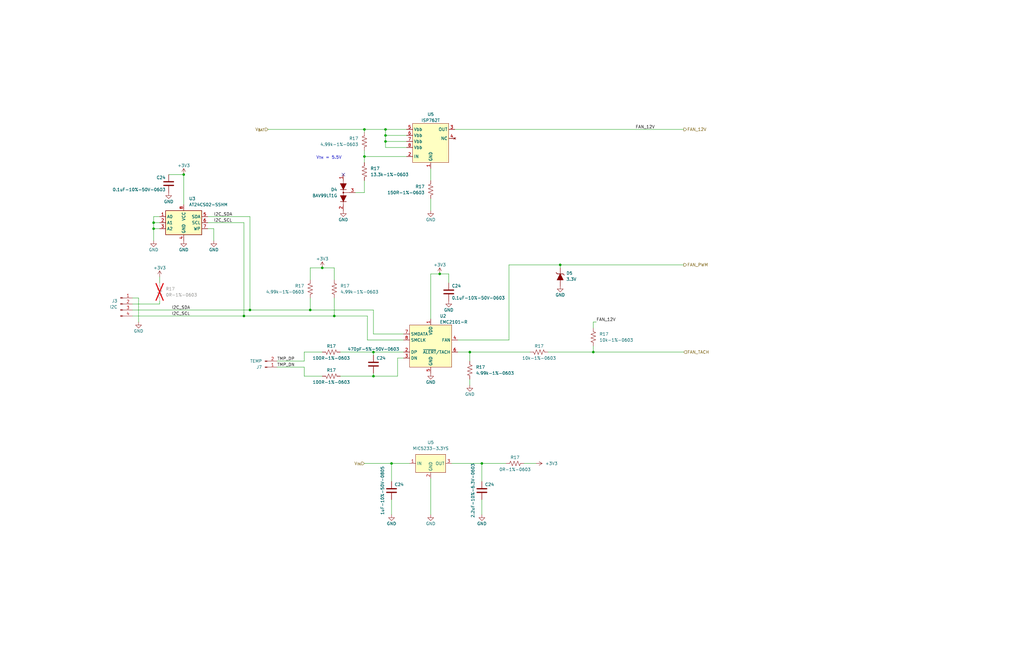
<source format=kicad_sch>
(kicad_sch (version 20230121) (generator eeschema)
  (paper "B")
  (title_block (title "NX J401 Adapter") (date "2023-06-04") (rev "1") (company "971 Spartan Robotics"))
  (lib_symbols
    (symbol "Connector:Conn_01x02_Pin" (pin_names (offset 1.016) hide)
      (property "Reference" "J" (at 0 2.54 0))
      (property "Value" "Conn_01x02_Pin" (at 0 -5.08 0))
      (symbol "Conn_01x02_Pin_1_1"
        (polyline (pts (xy 1.27 -2.54) (xy 0.8636 -2.54)) (stroke (width 0.1524)))
        (polyline (pts (xy 1.27 0) (xy 0.8636 0)) (stroke (width 0.1524)))
        (rectangle (start 0.8636 -2.413) (end 0 -2.667) (stroke (width 0.1524)) (fill (type outline)))
        (rectangle (start 0.8636 0.127) (end 0 -0.127) (stroke (width 0.1524)) (fill (type outline)))
        (pin passive line (at 5.08 0 180) (length 3.81) (name "Pin_1") (number "1"))
        (pin passive line (at 5.08 -2.54 180) (length 3.81) (name "Pin_2") (number "2"))
      )
    )
    (symbol "Connector:Conn_01x04_Pin" (pin_names (offset 1.016) hide)
      (property "Reference" "J" (at 0 5.08 0))
      (property "Value" "Conn_01x04_Pin" (at 0 -7.62 0))
      (symbol "Conn_01x04_Pin_1_1"
        (polyline (pts (xy 1.27 -5.08) (xy 0.8636 -5.08)) (stroke (width 0.1524)))
        (polyline (pts (xy 1.27 -2.54) (xy 0.8636 -2.54)) (stroke (width 0.1524)))
        (polyline (pts (xy 1.27 0) (xy 0.8636 0)) (stroke (width 0.1524)))
        (polyline (pts (xy 1.27 2.54) (xy 0.8636 2.54)) (stroke (width 0.1524)))
        (rectangle (start 0.8636 -4.953) (end 0 -5.207) (stroke (width 0.1524)) (fill (type outline)))
        (rectangle (start 0.8636 -2.413) (end 0 -2.667) (stroke (width 0.1524)) (fill (type outline)))
        (rectangle (start 0.8636 0.127) (end 0 -0.127) (stroke (width 0.1524)) (fill (type outline)))
        (rectangle (start 0.8636 2.667) (end 0 2.413) (stroke (width 0.1524)) (fill (type outline)))
        (pin passive line (at 5.08 2.54 180) (length 3.81) (name "Pin_1") (number "1"))
        (pin passive line (at 5.08 0 180) (length 3.81) (name "Pin_2") (number "2"))
        (pin passive line (at 5.08 -2.54 180) (length 3.81) (name "Pin_3") (number "3"))
        (pin passive line (at 5.08 -5.08 180) (length 3.81) (name "Pin_4") (number "4"))
      )
    )
    (symbol "Device:C" (pin_numbers hide) (pin_names (offset 0.254))
      (property "Reference" "C" (at 0.635 2.54 0))
      (property "Value" "C" (at 0.635 -2.54 0))
      (symbol "C_0_1"
        (polyline (pts (xy -2.032 -0.762) (xy 2.032 -0.762)) (stroke (width 0.508)))
        (polyline (pts (xy -2.032 0.762) (xy 2.032 0.762)) (stroke (width 0.508)))
      )
      (symbol "C_1_1"
        (pin passive line (at 0 3.81 270) (length 2.794) (name "~") (number "1"))
        (pin passive line (at 0 -3.81 90) (length 2.794) (name "~") (number "2"))
      )
    )
    (symbol "Device:D_Zener" (pin_numbers hide) (pin_names (offset 1.016) hide)
      (property "Reference" "D1" (at -1.27 2.54 90))
      (property "Value" "D_Zener" (at 1.27 2.54 90))
      (symbol "D_Zener_0_1"
        (polyline (pts (xy 1.27 0) (xy -1.27 0)))
        (polyline (pts (xy -1.27 -1.27) (xy -1.27 1.27) (xy -0.7149 1.7102)) (stroke (width 0.254)))
      )
      (symbol "D_Zener_1_1"
        (polyline (pts (xy -1.27 -1.27) (xy -1.825 -1.7062)) (stroke (width 0.254)))
        (polyline (pts (xy 1.27 -1.27) (xy 1.27 1.27) (xy -1.27 0) (xy 1.27 -1.27)) (stroke (width 0.254)) (fill (type outline)))
        (pin passive line (at 3.81 0 180) (length 2.54) (name "A") (number "1"))
        (pin passive line (at -3.81 0 0) (length 2.54) (name "K") (number "3"))
      )
    )
    (symbol "Device:R_US" (pin_numbers hide) (pin_names (offset 0))
      (property "Reference" "R" (at 2.54 0 90))
      (property "Value" "R_US" (at -2.54 0 90))
      (symbol "R_US_0_1"
        (polyline (pts (xy 0 -2.286) (xy 0 -2.54)))
        (polyline (pts (xy 0 2.286) (xy 0 2.54)))
        (polyline (pts (xy 0 -0.762) (xy 1.016 -1.143) (xy 0 -1.524) (xy -1.016 -1.905) (xy 0 -2.286)))
        (polyline (pts (xy 0 0.762) (xy 1.016 0.381) (xy 0 0) (xy -1.016 -0.381) (xy 0 -0.762)))
        (polyline (pts (xy 0 2.286) (xy 1.016 1.905) (xy 0 1.524) (xy -1.016 1.143) (xy 0 0.762)))
      )
      (symbol "R_US_1_1"
        (pin passive line (at 0 3.81 270) (length 1.27) (name "~") (number "1"))
        (pin passive line (at 0 -3.81 90) (length 1.27) (name "~") (number "2"))
      )
    )
    (symbol "Diode:BAV99" (pin_names hide)
      (property "Reference" "D5" (at -1.27 2.54 90))
      (property "Value" "BAV99" (at 1.27 2.54 90))
      (symbol "BAV99_0_1"
        (polyline (pts (xy -5.08 0) (xy 5.08 0)))
      )
      (symbol "BAV99_1_1"
        (polyline (pts (xy 0 0) (xy 0 -2.54)))
        (polyline (pts (xy -1.27 -1.27) (xy -1.27 1.27) (xy -1.27 1.27)) (stroke (width 0.2032)))
        (polyline (pts (xy 3.81 1.27) (xy 3.81 -1.27) (xy 3.81 -1.27)) (stroke (width 0.2032)))
        (polyline (pts (xy -3.81 1.27) (xy -1.27 0) (xy -3.81 -1.27) (xy -3.81 1.27) (xy -3.81 1.27) (xy -3.81 1.27)) (stroke (width 0.2032)) (fill (type outline)))
        (polyline (pts (xy 1.27 1.27) (xy 3.81 0) (xy 1.27 -1.27) (xy 1.27 1.27) (xy 1.27 1.27) (xy 1.27 1.27)) (stroke (width 0.2032)) (fill (type outline)))
        (circle (center 0 0) (radius 0.254) (fill (type outline)))
        (pin passive line (at -7.62 0 0) (length 2.54) (name "K") (number "1"))
        (pin passive line (at 7.62 0 180) (length 2.54) (name "A") (number "2"))
        (pin passive line (at 0 -5.08 90) (length 2.54) (name "K") (number "3"))
      )
    )
    (symbol "Memory_EEPROM:AT24CS02-SSHM"
      (property "Reference" "U" (at -7.62 6.35 0))
      (property "Value" "AT24CS02-SSHM" (at 2.54 -6.35 0))
      (symbol "AT24CS02-SSHM_1_1"
        (rectangle (start -7.62 5.08) (end 7.62 -5.08) (stroke (width 0.254)) (fill (type background)))
        (pin input line (at -10.16 2.54 0) (length 2.54) (name "A0") (number "1"))
        (pin input line (at -10.16 0 0) (length 2.54) (name "A1") (number "2"))
        (pin input line (at -10.16 -2.54 0) (length 2.54) (name "A2") (number "3"))
        (pin power_in line (at 0 -7.62 90) (length 2.54) (name "GND") (number "4"))
        (pin bidirectional line (at 10.16 2.54 180) (length 2.54) (name "SDA") (number "5"))
        (pin input line (at 10.16 0 180) (length 2.54) (name "SCL") (number "6"))
        (pin input line (at 10.16 -2.54 180) (length 2.54) (name "WP") (number "7"))
        (pin power_in line (at 0 7.62 270) (length 2.54) (name "VCC") (number "8"))
      )
    )
    (symbol "NX-AdapterBoard:EMC2101"
      (property "Reference" "U3" (at 3.81 3.81 0))
      (property "Value" "EMC2101" (at 3.81 1.27 0))
      (symbol "EMC2101_1_1"
        (rectangle (start -8.89 0) (end 8.89 -17.78) (fill (type background)))
        (pin power_in line (at 0 2.54 270) (length 2.54) (name "VDD") (number "1"))
        (pin passive line (at -11.43 -11.43 0) (length 2.54) (name "DP") (number "2"))
        (pin passive line (at -11.43 -13.97 0) (length 2.54) (name "DN") (number "3"))
        (pin passive line (at 11.43 -6.35 180) (length 2.54) (name "FAN") (number "4"))
        (pin passive line (at 0 -20.32 90) (length 2.54) (name "GND") (number "5"))
        (pin bidirectional line (at 11.43 -11.43 180) (length 2.54) (name "~{ALERT}/TACH") (number "6"))
        (pin bidirectional line (at -11.43 -3.81 0) (length 2.54) (name "SMDATA") (number "7"))
        (pin input line (at -11.43 -6.35 0) (length 2.54) (name "SMCLK") (number "8"))
      )
    )
    (symbol "NX-AdapterBoard:ISP762T"
      (property "Reference" "U" (at 0 0 0))
      (property "Value" "ISP762T" (at 0 0 0))
      (symbol "ISP762T_1_1"
        (rectangle (start -7.62 0) (end 7.62 -16.51) (fill (type background)))
        (pin passive line (at 0 -19.05 90) (length 2.54) (name "GND") (number "1"))
        (pin input line (at -10.16 -13.97 0) (length 2.54) (name "IN") (number "2"))
        (pin output line (at 10.16 -2.54 180) (length 2.54) (name "OUT") (number "3"))
        (pin no_connect line (at 10.16 -6.35 180) (length 2.54) (name "NC") (number "4"))
        (pin power_in line (at -10.16 -2.54 0) (length 2.54) (name "Vbb") (number "5"))
        (pin power_in line (at -10.16 -5.08 0) (length 2.54) (name "Vbb") (number "6"))
        (pin power_in line (at -10.16 -7.62 0) (length 2.54) (name "Vbb") (number "7"))
        (pin power_in line (at -10.16 -10.16 0) (length 2.54) (name "Vbb") (number "8"))
      )
    )
    (symbol "NX-AdapterBoard:MIC5233-3.3YS"
      (property "Reference" "U" (at 0 0 0))
      (property "Value" "MIC5233-3.3YS" (at 0 0 0))
      (symbol "MIC5233-3.3YS_1_1"
        (rectangle (start -6.35 0) (end 6.35 -7.62) (fill (type background)))
        (pin power_in line (at -8.89 -3.81 0) (length 2.54) (name "IN") (number "1"))
        (pin passive line (at 0 -10.16 90) (length 2.54) (name "GND") (number "2"))
        (pin power_out line (at 8.89 -3.81 180) (length 2.54) (name "OUT") (number "3"))
      )
    )
    (symbol "power:+3V3" (power) (pin_names (offset 0))
      (property "Value" "+3V3" (at 0 3.556 0))
      (symbol "+3V3_0_1"
        (polyline (pts (xy -0.762 1.27) (xy 0 2.54)))
        (polyline (pts (xy 0 0) (xy 0 2.54)))
        (polyline (pts (xy 0 2.54) (xy 0.762 1.27)))
      )
      (symbol "+3V3_1_1"
        (pin power_in line (at 0 0 90) (length 0) hide (name "+3V3") (number "1"))
      )
    )
    (symbol "power:GND" (power) (pin_names (offset 0))
      (property "Value" "GND" (at 0 -3.81 0))
      (symbol "GND_0_1"
        (polyline (pts (xy 0 0) (xy 0 -1.27) (xy 1.27 -1.27) (xy 0 -2.54) (xy -1.27 -1.27) (xy 0 -1.27)))
      )
      (symbol "GND_1_1"
        (pin power_in line (at 0 0 270) (length 0) hide (name "GND") (number "1"))
      )
    )
  )
  (junction (at 130.81 130.81))
  (junction (at 77.47 73.66))
  (junction (at 162.56 59.69))
  (junction (at 185.42 115.57))
  (junction (at 64.77 93.98))
  (junction (at 250.19 148.59))
  (junction (at 153.67 66.04))
  (junction (at 236.22 111.76))
  (junction (at 162.56 54.61))
  (junction (at 165.1 195.58))
  (junction (at 198.12 148.59))
  (junction (at 157.48 158.75))
  (junction (at 162.56 57.15))
  (junction (at 105.41 130.81))
  (junction (at 140.97 133.35))
  (junction (at 135.89 113.03))
  (junction (at 153.67 54.61))
  (junction (at 157.48 148.59))
  (junction (at 203.2 195.58))
  (junction (at 64.77 96.52))
  (junction (at 102.87 133.35))
  (no_connect (at 144.78 73.66))
  (wire (pts (xy 130.81 113.03) (xy 135.89 113.03)))
  (wire (pts (xy 203.2 195.58) (xy 203.2 203.2)))
  (wire (pts (xy 153.67 66.04) (xy 171.45 66.04)))
  (wire (pts (xy 167.64 151.13) (xy 167.64 158.75)))
  (wire (pts (xy 157.48 130.81) (xy 130.81 130.81)))
  (wire (pts (xy 64.77 93.98) (xy 67.31 93.98)))
  (wire (pts (xy 157.48 149.86) (xy 157.48 148.59)))
  (wire (pts (xy 236.22 111.76) (xy 236.22 113.03)))
  (wire (pts (xy 181.61 115.57) (xy 185.42 115.57)))
  (wire (pts (xy 162.56 57.15) (xy 162.56 59.69)))
  (wire (pts (xy 170.18 143.51) (xy 154.94 143.51)))
  (wire (pts (xy 140.97 125.73) (xy 140.97 133.35)))
  (wire (pts (xy 64.77 96.52) (xy 64.77 101.6)))
  (wire (pts (xy 153.67 76.2) (xy 153.67 81.28)))
  (wire (pts (xy 157.48 140.97) (xy 157.48 130.81)))
  (wire (pts (xy 250.19 148.59) (xy 288.29 148.59)))
  (wire (pts (xy 130.81 113.03) (xy 130.81 118.11)))
  (wire (pts (xy 250.19 146.05) (xy 250.19 148.59)))
  (wire (pts (xy 87.63 93.98) (xy 102.87 93.98)))
  (wire (pts (xy 157.48 148.59) (xy 170.18 148.59)))
  (wire (pts (xy 181.61 217.17) (xy 181.61 201.93)))
  (wire (pts (xy 140.97 113.03) (xy 140.97 118.11)))
  (wire (pts (xy 58.42 135.89) (xy 58.42 125.73)))
  (wire (pts (xy 87.63 91.44) (xy 105.41 91.44)))
  (wire (pts (xy 162.56 59.69) (xy 162.56 62.23)))
  (wire (pts (xy 165.1 195.58) (xy 165.1 203.2)))
  (wire (pts (xy 162.56 54.61) (xy 171.45 54.61)))
  (wire (pts (xy 171.45 62.23) (xy 162.56 62.23)))
  (wire (pts (xy 153.67 54.61) (xy 162.56 54.61)))
  (wire (pts (xy 154.94 133.35) (xy 140.97 133.35)))
  (wire (pts (xy 128.27 154.94) (xy 128.27 158.75)))
  (wire (pts (xy 214.63 143.51) (xy 214.63 111.76)))
  (wire (pts (xy 198.12 148.59) (xy 198.12 152.4)))
  (wire (pts (xy 214.63 111.76) (xy 236.22 111.76)))
  (wire (pts (xy 193.04 143.51) (xy 214.63 143.51)))
  (wire (pts (xy 165.1 195.58) (xy 172.72 195.58)))
  (wire (pts (xy 149.86 81.28) (xy 153.67 81.28)))
  (wire (pts (xy 181.61 88.9) (xy 181.61 83.82)))
  (wire (pts (xy 231.14 148.59) (xy 250.19 148.59)))
  (wire (pts (xy 128.27 152.4) (xy 128.27 148.59)))
  (wire (pts (xy 236.22 111.76) (xy 288.29 111.76)))
  (wire (pts (xy 135.89 113.03) (xy 140.97 113.03)))
  (wire (pts (xy 77.47 73.66) (xy 71.12 73.66)))
  (wire (pts (xy 226.06 195.58) (xy 220.98 195.58)))
  (wire (pts (xy 90.17 101.6) (xy 90.17 96.52)))
  (wire (pts (xy 198.12 148.59) (xy 193.04 148.59)))
  (wire (pts (xy 153.67 63.5) (xy 153.67 66.04)))
  (wire (pts (xy 64.77 93.98) (xy 64.77 96.52)))
  (wire (pts (xy 185.42 115.57) (xy 189.23 115.57)))
  (wire (pts (xy 251.46 135.89) (xy 250.19 135.89)))
  (wire (pts (xy 153.67 195.58) (xy 165.1 195.58)))
  (wire (pts (xy 198.12 160.02) (xy 198.12 162.56)))
  (wire (pts (xy 90.17 96.52) (xy 87.63 96.52)))
  (wire (pts (xy 153.67 54.61) (xy 153.67 55.88)))
  (wire (pts (xy 64.77 91.44) (xy 64.77 93.98)))
  (wire (pts (xy 162.56 59.69) (xy 171.45 59.69)))
  (wire (pts (xy 181.61 115.57) (xy 181.61 134.62)))
  (wire (pts (xy 143.51 158.75) (xy 157.48 158.75)))
  (wire (pts (xy 55.88 130.81) (xy 105.41 130.81)))
  (wire (pts (xy 67.31 127) (xy 67.31 128.27)))
  (wire (pts (xy 157.48 158.75) (xy 167.64 158.75)))
  (wire (pts (xy 105.41 130.81) (xy 130.81 130.81)))
  (wire (pts (xy 203.2 195.58) (xy 213.36 195.58)))
  (wire (pts (xy 113.03 54.61) (xy 153.67 54.61)))
  (wire (pts (xy 67.31 91.44) (xy 64.77 91.44)))
  (wire (pts (xy 181.61 76.2) (xy 181.61 71.12)))
  (wire (pts (xy 162.56 57.15) (xy 171.45 57.15)))
  (wire (pts (xy 162.56 54.61) (xy 162.56 57.15)))
  (wire (pts (xy 105.41 91.44) (xy 105.41 130.81)))
  (wire (pts (xy 102.87 133.35) (xy 140.97 133.35)))
  (wire (pts (xy 170.18 140.97) (xy 157.48 140.97)))
  (wire (pts (xy 128.27 148.59) (xy 135.89 148.59)))
  (wire (pts (xy 102.87 93.98) (xy 102.87 133.35)))
  (wire (pts (xy 64.77 96.52) (xy 67.31 96.52)))
  (wire (pts (xy 190.5 195.58) (xy 203.2 195.58)))
  (wire (pts (xy 128.27 152.4) (xy 116.84 152.4)))
  (wire (pts (xy 55.88 133.35) (xy 102.87 133.35)))
  (wire (pts (xy 223.52 148.59) (xy 198.12 148.59)))
  (wire (pts (xy 250.19 135.89) (xy 250.19 138.43)))
  (wire (pts (xy 189.23 115.57) (xy 189.23 119.38)))
  (wire (pts (xy 128.27 154.94) (xy 116.84 154.94)))
  (wire (pts (xy 154.94 143.51) (xy 154.94 133.35)))
  (wire (pts (xy 191.77 54.61) (xy 288.29 54.61)))
  (wire (pts (xy 67.31 116.84) (xy 67.31 119.38)))
  (wire (pts (xy 170.18 151.13) (xy 167.64 151.13)))
  (wire (pts (xy 153.67 66.04) (xy 153.67 68.58)))
  (wire (pts (xy 165.1 210.82) (xy 165.1 217.17)))
  (wire (pts (xy 67.31 128.27) (xy 55.88 128.27)))
  (wire (pts (xy 130.81 125.73) (xy 130.81 130.81)))
  (wire (pts (xy 77.47 86.36) (xy 77.47 73.66)))
  (wire (pts (xy 143.51 148.59) (xy 157.48 148.59)))
  (wire (pts (xy 157.48 157.48) (xy 157.48 158.75)))
  (wire (pts (xy 128.27 158.75) (xy 135.89 158.75)))
  (wire (pts (xy 203.2 210.82) (xy 203.2 217.17)))
  (wire (pts (xy 58.42 125.73) (xy 55.88 125.73)))
  (text "V_{TH} = 5.5V" (at 133.35 67.31 0) (effects (font (size 1.27 1.27)) (justify left bottom)))
  (label "I2C_SCL" (at 90.17 93.98 0))
  (label "I2C_SDA" (at 90.17 91.44 0))
  (label "I2C_SCL" (at 72.39 133.35 0))
  (label "TMP_DP" (at 116.84 152.4 0))
  (label "TMP_DN" (at 116.84 154.94 0))
  (label "FAN_12V" (at 251.46 135.89 0))
  (label "I2C_SDA" (at 72.39 130.81 0))
  (label "FAN_12V" (at 267.97 54.61 0))
  (hierarchical_label "V_{BAT}" (shape input) (at 113.03 54.61 180))
  (hierarchical_label "FAN_TACH" (shape input) (at 288.29 148.59 0))
  (hierarchical_label "FAN_PWM" (shape output) (at 288.29 111.76 0))
  (hierarchical_label "V_{IN}" (shape input) (at 153.67 195.58 180))
  (hierarchical_label "FAN_12V" (shape output) (at 288.29 54.61 0))
  (symbol (lib_id "power:GND") (at 77.47 101.6 0) (mirror y) (unit 1)
    (property "Reference" "#PWR036" (effects hide))
    (property "Value" "GND" (at 77.47 105.41 0))
    (instances (project "NX-J401-Adapter" (path "" (reference "#PWR036") (unit 1)) (path "" (reference "#PWR017") (unit 1))))
  )
  (symbol (lib_id "Device:C") (at 189.23 123.19 0) (mirror y) (unit 1)
    (property "Reference" "C24" (at 190.5 120.65 0) (effects (justify right)))
    (property "Value" "0.1uF-10%-50V-0603" (at 190.5 125.73 0) (effects (justify right)))
    (property "Footprint" "Capacitor_SMD:C_0603_1608Metric" (effects hide))
    (property "MFG" "Samsung Electro-Mechanics" (effects hide))
    (property "MFG P/N" "CL10B104KB8NNNC" (effects hide))
    (property "DIST" "Digikey" (effects hide))
    (property "DIST P/N" "1276-1000-1-ND" (effects hide))
    (instances (project "PI-Power-Board" (path "" (reference "C24") (unit 1))) (project "NX-J401-Adapter" (path "" (reference "C7") (unit 1)) (path "" (reference "C12") (unit 1))))
  )
  (symbol (lib_id "Device:C") (at 165.1 207.01 0) (mirror y) (unit 1)
    (property "Reference" "C24" (at 166.37 204.47 0) (effects (justify right)))
    (property "Value" "1uF-10%-50V-0805" (at 161.29 207.01 90))
    (property "Footprint" "Capacitor_SMD:C_0805_2012Metric" (effects hide))
    (property "MFG" "Samsung Electro-Mechanics" (effects hide))
    (property "MFG P/N" "CL21B105KBFNNNG" (effects hide))
    (property "DIST" "Digikey" (effects hide))
    (property "DIST P/N" "1276-6470-1-ND" (effects hide))
    (instances (project "PI-Power-Board" (path "" (reference "C24") (unit 1))) (project "NX-J401-Adapter" (path "" (reference "C12") (unit 1)) (path "" (reference "C7") (unit 1))))
  )
  (symbol (lib_id "Device:R_US") (at 139.7 148.59 270) (mirror x) (unit 1)
    (property "Reference" "R17" (at 139.7 146.05 90))
    (property "Value" "100R-1%-0603" (at 139.7 151.13 90))
    (property "Footprint" "Resistor_SMD:R_0603_1608Metric" (effects hide))
    (property "MFG" "Yageo" (effects hide))
    (property "MFG P/N" "RC0603FR-07100RL" (effects hide))
    (property "DIST" "Digikey" (effects hide))
    (property "DIST P/N" "311-100HRCT-ND" (effects hide))
    (instances (project "PI-Power-Board" (path "" (reference "R17") (unit 1))) (project "NX-J401-Adapter" (path "" (reference "R6") (unit 1)) (path "" (reference "R3") (unit 1))))
  )
  (symbol (lib_id "power:GND") (at 189.23 127 0) (mirror y) (unit 1)
    (property "Reference" "#PWR036" (effects hide))
    (property "Value" "GND" (at 189.23 130.81 0))
    (instances (project "NX-J401-Adapter" (path "" (reference "#PWR036") (unit 1)) (path "" (reference "#PWR09") (unit 1))))
  )
  (symbol (lib_id "power:GND") (at 198.12 162.56 0) (mirror y) (unit 1)
    (property "Reference" "#PWR036" (effects hide))
    (property "Value" "GND" (at 198.12 166.37 0))
    (instances (project "NX-J401-Adapter" (path "" (reference "#PWR036") (unit 1)) (path "" (reference "#PWR011") (unit 1))))
  )
  (symbol (lib_id "power:GND") (at 144.78 88.9 0) (mirror y) (unit 1)
    (property "Reference" "#PWR036" (effects hide))
    (property "Value" "GND" (at 144.78 92.71 0))
    (instances (project "NX-J401-Adapter" (path "" (reference "#PWR036") (unit 1)) (path "" (reference "#PWR02") (unit 1))))
  )
  (symbol (lib_id "power:+3V3") (at 135.89 113.03 0) (unit 1)
    (property "Reference" "#PWR015" (effects hide))
    (property "Value" "+3V3" (at 135.89 109.22 0))
  )
  (symbol (lib_id "power:+3V3") (at 185.42 115.57 0) (unit 1)
    (property "Reference" "#PWR020" (effects hide))
    (property "Value" "+3V3" (at 185.42 111.76 0))
  )
  (symbol (lib_id "NX-AdapterBoard:ISP762T") (at 181.61 52.07 0) (unit 1)
    (property "Reference" "U5" (at 181.61 48.26 0))
    (property "Value" "ISP762T" (at 181.61 50.8 0))
    (property "Footprint" "Package_SO:SO-8_3.9x4.9mm_P1.27mm" (effects hide))
    (property "Datasheet" "Components/Infineon-ISP762T-DataSheet-v01_50-EN.pdf" (effects hide))
    (property "MFG" "Infineon" (effects hide))
    (property "MFG P/N" "ISP762TFUMA1" (effects hide))
    (property "DIST" "Digikey" (effects hide))
    (property "DIST P/N" "ISP762TFUMA1CT-ND" (effects hide))
  )
  (symbol (lib_id "power:+3V3") (at 226.06 195.58 270) (mirror x) (unit 1)
    (property "Reference" "#PWR024" (effects hide))
    (property "Value" "+3V3" (at 229.87 195.58 90) (effects (justify left)))
  )
  (symbol (lib_id "power:GND") (at 236.22 120.65 0) (mirror y) (unit 1)
    (property "Reference" "#PWR036" (effects hide))
    (property "Value" "GND" (at 236.22 124.46 0))
    (instances (project "NX-J401-Adapter" (path "" (reference "#PWR036") (unit 1)) (path "" (reference "#PWR012") (unit 1))))
  )
  (symbol (lib_id "power:GND") (at 165.1 217.17 0) (unit 1)
    (property "Reference" "#PWR014" (effects hide))
    (property "Value" "GND" (at 165.1 220.98 0))
    (instances (project "PI-Power-Board" (path "" (reference "#PWR014") (unit 1))) (project "NX-J401-Adapter" (path "" (reference "#PWR022") (unit 1)) (path "" (reference "#PWR07") (unit 1))))
  )
  (symbol (lib_id "power:GND") (at 181.61 217.17 0) (unit 1)
    (property "Reference" "#PWR014" (effects hide))
    (property "Value" "GND" (at 181.61 220.98 0))
    (instances (project "PI-Power-Board" (path "" (reference "#PWR014") (unit 1))) (project "NX-J401-Adapter" (path "" (reference "#PWR020") (unit 1)) (path "" (reference "#PWR08") (unit 1))))
  )
  (symbol (lib_id "power:GND") (at 58.42 135.89 0) (mirror y) (unit 1)
    (property "Reference" "#PWR036" (effects hide))
    (property "Value" "GND" (at 58.42 139.7 0))
    (instances (project "NX-J401-Adapter" (path "" (reference "#PWR036") (unit 1)) (path "" (reference "#PWR05") (unit 1))))
  )
  (symbol (lib_id "Device:R_US") (at 139.7 158.75 270) (mirror x) (unit 1)
    (property "Reference" "R17" (at 139.7 156.21 90))
    (property "Value" "100R-1%-0603" (at 139.7 161.29 90))
    (property "Footprint" "Resistor_SMD:R_0603_1608Metric" (effects hide))
    (property "MFG" "Yageo" (effects hide))
    (property "MFG P/N" "RC0603FR-07100RL" (effects hide))
    (property "DIST" "Digikey" (effects hide))
    (property "DIST P/N" "311-100HRCT-ND" (effects hide))
    (instances (project "PI-Power-Board" (path "" (reference "R17") (unit 1))) (project "NX-J401-Adapter" (path "" (reference "R6") (unit 1)) (path "" (reference "R4") (unit 1))))
  )
  (symbol (lib_id "Device:R_US") (at 153.67 72.39 0) (mirror x) (unit 1)
    (property "Reference" "R17" (at 156.21 71.12 0) (effects (justify left)))
    (property "Value" "13.3k-1%-0603" (at 156.21 73.66 0) (effects (justify left)))
    (property "Footprint" "Resistor_SMD:R_0603_1608Metric" (effects hide))
    (property "MFG" "Yageo" (effects hide))
    (property "MFG P/N" "RC0603FR-0713K3L" (effects hide))
    (property "DIST" "Digikey" (effects hide))
    (property "DIST P/N" "311-13.3KHRCT-ND" (effects hide))
    (instances (project "PI-Power-Board" (path "" (reference "R17") (unit 1))) (project "NX-J401-Adapter" (path "" (reference "R6") (unit 1)) (path "" (reference "R21") (unit 1))))
  )
  (symbol (lib_id "Connector:Conn_01x04_Pin") (at 50.8 128.27 0) (unit 1)
    (property "Reference" "J3" (at 49.53 127 0) (effects (justify right)))
    (property "Value" "I2C" (at 49.53 129.54 0) (effects (justify right)))
    (property "Footprint" "Connector_JST:JST_SH_BM04B-SRSS-TB_1x04-1MP_P1.00mm_Vertical" (effects hide))
    (property "Datasheet" "Components/JST-eSH.pdf" (effects hide))
    (property "MFG" "JST" (effects hide))
    (property "MFG P/N" "BM04B-SRSS-TB" (effects hide))
    (property "DIST" "Digikey" (effects hide))
    (property "DIST P/N" "455-BM04B-SRSS-TBCT-ND" (effects hide))
  )
  (symbol (lib_id "Device:R_US") (at 217.17 195.58 270) (unit 1)
    (property "Reference" "R17" (at 217.17 193.04 90))
    (property "Value" "0R-1%-0603" (at 217.17 198.12 90))
    (property "Footprint" "Resistor_SMD:R_0603_1608Metric" (effects hide))
    (property "MFG" "Yageo" (effects hide))
    (property "MFG P/N" "RC0603FR-070RL" (effects hide))
    (property "DIST" "Digikey" (effects hide))
    (property "DIST P/N" "311-0.0HRCT-ND" (effects hide))
    (instances (project "PI-Power-Board" (path "" (reference "R17") (unit 1))) (project "NX-J401-Adapter" (path "" (reference "R7") (unit 1)) (path "" (reference "R9") (unit 1))))
  )
  (symbol (lib_id "power:GND") (at 203.2 217.17 0) (unit 1)
    (property "Reference" "#PWR014" (effects hide))
    (property "Value" "GND" (at 203.2 220.98 0))
    (instances (project "PI-Power-Board" (path "" (reference "#PWR014") (unit 1))) (project "NX-J401-Adapter" (path "" (reference "#PWR023") (unit 1)) (path "" (reference "#PWR010") (unit 1))))
  )
  (symbol (lib_id "power:GND") (at 71.12 81.28 0) (unit 1)
    (property "Reference" "#PWR036" (effects hide))
    (property "Value" "GND" (at 71.12 85.09 0))
    (instances (project "NX-J401-Adapter" (path "" (reference "#PWR036") (unit 1)) (path "" (reference "#PWR016") (unit 1))))
  )
  (symbol (lib_id "Device:R_US") (at 227.33 148.59 270) (mirror x) (unit 1)
    (property "Reference" "R17" (at 227.33 146.05 90))
    (property "Value" "10k-1%-0603" (at 227.33 151.13 90))
    (property "Footprint" "Resistor_SMD:R_0603_1608Metric" (effects hide))
    (property "MFG" "Yageo" (effects hide))
    (property "MFG P/N" "RC0603FR-0710KL" (effects hide))
    (property "DIST" "Digikey" (effects hide))
    (property "DIST P/N" "311-10.0KHRCT-ND" (effects hide))
    (instances (project "PI-Power-Board" (path "" (reference "R17") (unit 1))) (project "NX-J401-Adapter" (path "" (reference "R6") (unit 1)) (path "" (reference "R7") (unit 1))))
  )
  (symbol (lib_id "power:GND") (at 181.61 88.9 0) (mirror y) (unit 1)
    (property "Reference" "#PWR036" (effects hide))
    (property "Value" "GND" (at 181.61 92.71 0))
    (instances (project "NX-J401-Adapter" (path "" (reference "#PWR036") (unit 1)) (path "" (reference "#PWR03") (unit 1))))
  )
  (symbol (lib_id "Device:C") (at 157.48 153.67 0) (mirror y) (unit 1)
    (property "Reference" "C24" (at 158.75 151.13 0) (effects (justify right)))
    (property "Value" "470pF-5%-50V-0603" (at 157.48 147.32 0))
    (property "Footprint" "Capacitor_SMD:C_0603_1608Metric" (effects hide))
    (property "MFG" "KEMET" (effects hide))
    (property "MFG P/N" "C0603C471J5GAC7867" (effects hide))
    (property "DIST" "Digikey" (effects hide))
    (property "DIST P/N" "399-C0603C471J5GAC7867CT-ND" (effects hide))
    (instances (project "PI-Power-Board" (path "" (reference "C24") (unit 1))) (project "NX-J401-Adapter" (path "" (reference "C1") (unit 1)) (path "" (reference "C5") (unit 1))))
  )
  (symbol (lib_id "Connector:Conn_01x02_Pin") (at 111.76 154.94 0) (mirror x) (unit 1)
    (property "Reference" "J7" (at 110.49 154.94 0) (effects (justify right)))
    (property "Value" "TEMP" (at 110.49 152.4 0) (effects (justify right)))
    (property "Footprint" "NX-J401-Adapter:70541-0001" (effects hide))
    (property "Datasheet" "Components/Molex-70541-0001.pdf" (effects hide))
    (property "MFG" "Molex" (effects hide))
    (property "MFG P/N" "0705410001" (effects hide))
    (property "DIST" "Digikey" (effects hide))
    (property "DIST P/N" "WM14047-ND" (effects hide))
    (instances (project "NX-J401-Adapter" (path "" (reference "J7") (unit 1)) (path "" (reference "J1") (unit 1))))
  )
  (symbol (lib_id "Device:R_US") (at 130.81 121.92 0) (mirror x) (unit 1)
    (property "Reference" "R17" (at 128.27 120.65 0) (effects (justify right)))
    (property "Value" "4.99k-1%-0603" (at 128.27 123.19 0) (effects (justify right)))
    (property "Footprint" "Resistor_SMD:R_0603_1608Metric" (effects hide))
    (property "MFG" "Yageo" (effects hide))
    (property "MFG P/N" "RC0603FR-074K99L" (effects hide))
    (property "DIST" "Digikey" (effects hide))
    (property "DIST P/N" "311-4.99KHRCT-ND" (effects hide))
    (instances (project "PI-Power-Board" (path "" (reference "R17") (unit 1))) (project "NX-J401-Adapter" (path "" (reference "R7") (unit 1)) (path "" (reference "R18") (unit 1))))
  )
  (symbol (lib_id "Device:R_US") (at 181.61 80.01 0) (mirror x) (unit 1)
    (property "Reference" "R17" (at 179.07 78.74 0) (effects (justify right)))
    (property "Value" "150R-1%-0603" (at 179.07 81.28 0) (effects (justify right)))
    (property "Footprint" "Resistor_SMD:R_0603_1608Metric" (effects hide))
    (property "MFG" "Yageo" (effects hide))
    (property "MFG P/N" "RC0603FR-07150RL" (effects hide))
    (property "DIST" "Digikey" (effects hide))
    (property "DIST P/N" "311-150HRCT-ND" (effects hide))
    (instances (project "PI-Power-Board" (path "" (reference "R17") (unit 1))) (project "NX-J401-Adapter" (path "" (reference "R7") (unit 1)) (path "" (reference "R20") (unit 1))))
  )
  (symbol (lib_id "Device:D_Zener") (at 236.22 116.84 270) (unit 1)
    (property "Reference" "D5" (at 238.76 115.2925 90) (effects (justify left)))
    (property "Value" "3.3V" (at 238.76 117.8325 90) (effects (justify left)))
    (property "Footprint" "Package_TO_SOT_SMD:SOT-23" (effects hide))
    (property "Datasheet" "Components/BZX84_SER.pdf" (effects hide))
    (property "MFG" "Nexperia" (effects hide))
    (property "MFG P/N" "BZX84-C3V3,215" (effects hide))
    (property "DIST" "Digikey" (effects hide))
    (property "DIST P/N" "1727-2937-1-ND" (effects hide))
    (instances (project "E2E_Controller" (path "" (reference "D5") (unit 1))) (project "NX-J401-Adapter" (path "" (reference "D3") (unit 1))))
  )
  (symbol (lib_id "Device:R_US") (at 153.67 59.69 0) (mirror x) (unit 1)
    (property "Reference" "R17" (at 151.13 58.42 0) (effects (justify right)))
    (property "Value" "4.99k-1%-0603" (at 151.13 60.96 0) (effects (justify right)))
    (property "Footprint" "Resistor_SMD:R_0603_1608Metric" (effects hide))
    (property "MFG" "Yageo" (effects hide))
    (property "MFG P/N" "RC0603FR-074K99L" (effects hide))
    (property "DIST" "Digikey" (effects hide))
    (property "DIST P/N" "311-4.99KHRCT-ND" (effects hide))
    (instances (project "PI-Power-Board" (path "" (reference "R17") (unit 1))) (project "NX-J401-Adapter" (path "" (reference "R7") (unit 1)) (path "" (reference "R19") (unit 1))))
  )
  (symbol (lib_id "Memory_EEPROM:AT24CS02-SSHM") (at 77.47 93.98 0) (unit 1)
    (property "Reference" "U3" (at 79.6842 83.82 0) (effects (justify left)))
    (property "Value" "AT24CS02-SSHM" (at 79.6842 86.36 0) (effects (justify left)))
    (property "Footprint" "Package_SO:SOIC-8_3.9x4.9mm_P1.27mm" (effects hide))
    (property "Datasheet" "Components/Microchip-AT24C01D-AT24C02D.pdf" (effects hide))
    (property "MFG" "Microchip" (effects hide))
    (property "MFG P/N" "AT24C02D-SSHM-T" (effects hide))
    (property "DIST" "Digikey" (effects hide))
    (property "DIST P/N" "AT24C02D-SSHM-TCT-ND" (effects hide))
  )
  (symbol (lib_id "Device:C") (at 71.12 77.47 0) (unit 1)
    (property "Reference" "C24" (at 69.85 74.93 0) (effects (justify right)))
    (property "Value" "0.1uF-10%-50V-0603" (at 69.85 80.01 0) (effects (justify right)))
    (property "Footprint" "Capacitor_SMD:C_0603_1608Metric" (effects hide))
    (property "MFG" "Samsung Electro-Mechanics" (effects hide))
    (property "MFG P/N" "CL10B104KB8NNNC" (effects hide))
    (property "DIST" "Digikey" (effects hide))
    (property "DIST P/N" "1276-1000-1-ND" (effects hide))
    (instances (project "PI-Power-Board" (path "" (reference "C24") (unit 1))) (project "NX-J401-Adapter" (path "" (reference "C7") (unit 1)) (path "" (reference "C13") (unit 1))))
  )
  (symbol (lib_id "power:GND") (at 90.17 101.6 0) (mirror y) (unit 1)
    (property "Reference" "#PWR036" (effects hide))
    (property "Value" "GND" (at 90.17 105.41 0))
    (instances (project "NX-J401-Adapter" (path "" (reference "#PWR036") (unit 1)) (path "" (reference "#PWR019") (unit 1))))
  )
  (symbol (lib_id "power:GND") (at 181.61 157.48 0) (mirror y) (unit 1)
    (property "Reference" "#PWR036" (effects hide))
    (property "Value" "GND" (at 181.61 161.29 0))
    (instances (project "NX-J401-Adapter" (path "" (reference "#PWR036") (unit 1)) (path "" (reference "#PWR04") (unit 1))))
  )
  (symbol (lib_id "NX-AdapterBoard:EMC2101") (at 181.61 137.16 0) (unit 1)
    (property "Reference" "U2" (at 185.42 133.35 0) (effects (justify left)))
    (property "Value" "EMC2101-R" (at 185.42 135.89 0) (effects (justify left)))
    (property "Footprint" "Package_SO:MSOP-8_3x3mm_P0.65mm" (effects hide))
    (property "Datasheet" "Components/Microchip-EMC2101.pdf" (effects hide))
    (property "MFG" "Microchip" (effects hide))
    (property "MFG P/N" "EMC2101-R-ACZL-TR" (effects hide))
    (property "DIST" "Digikey" (effects hide))
    (property "DIST P/N" "EMC2101-R-ACZL-CT-ND" (effects hide))
  )
  (symbol (lib_id "Device:R_US") (at 67.31 123.19 180) (unit 1) (dnp yes)
    (property "Reference" "R17" (at 69.85 121.92 0) (effects (justify right)))
    (property "Value" "0R-1%-0603" (at 69.85 124.46 0) (effects (justify right)))
    (property "Footprint" "Resistor_SMD:R_0603_1608Metric" (effects hide))
    (property "MFG" "Yageo" (effects hide))
    (property "MFG P/N" "RC0603FR-070RL" (effects hide))
    (property "DIST" "Digikey" (effects hide))
    (property "DIST P/N" "311-0.0HRCT-ND" (effects hide))
    (instances (project "PI-Power-Board" (path "" (reference "R17") (unit 1))) (project "NX-J401-Adapter" (path "" (reference "R7") (unit 1)) (path "" (reference "R2") (unit 1))))
  )
  (symbol (lib_id "power:GND") (at 64.77 101.6 0) (mirror y) (unit 1)
    (property "Reference" "#PWR036" (effects hide))
    (property "Value" "GND" (at 64.77 105.41 0))
    (instances (project "NX-J401-Adapter" (path "" (reference "#PWR036") (unit 1)) (path "" (reference "#PWR018") (unit 1))))
  )
  (symbol (lib_id "NX-AdapterBoard:MIC5233-3.3YS") (at 181.61 191.77 0) (unit 1)
    (property "Reference" "U5" (at 181.61 186.69 0))
    (property "Value" "MIC5233-3.3YS" (at 181.61 189.23 0))
    (property "Footprint" "Package_TO_SOT_SMD:SOT-223-3_TabPin2" (effects hide))
    (property "Datasheet" "Components/Microchip-MIC5233.pdf" (effects hide))
    (property "MFG" "Microchip" (effects hide))
    (property "MFG P/N" "MIC5233-3.3YS" (effects hide))
    (property "DIST" "Digikey" (effects hide))
    (property "DIST P/N" "576-4075-ND" (effects hide))
    (instances (project "NX-J401-Adapter" (path "" (reference "U5") (unit 1)) (path "" (reference "U4") (unit 1))))
  )
  (symbol (lib_id "Device:R_US") (at 140.97 121.92 180) (unit 1)
    (property "Reference" "R17" (at 143.51 120.65 0) (effects (justify right)))
    (property "Value" "4.99k-1%-0603" (at 143.51 123.19 0) (effects (justify right)))
    (property "Footprint" "Resistor_SMD:R_0603_1608Metric" (effects hide))
    (property "MFG" "Yageo" (effects hide))
    (property "MFG P/N" "RC0603FR-074K99L" (effects hide))
    (property "DIST" "Digikey" (effects hide))
    (property "DIST P/N" "311-4.99KHRCT-ND" (effects hide))
    (instances (project "PI-Power-Board" (path "" (reference "R17") (unit 1))) (project "NX-J401-Adapter" (path "" (reference "R7") (unit 1)) (path "" (reference "R17") (unit 1))))
  )
  (symbol (lib_id "Device:R_US") (at 250.19 142.24 180) (unit 1)
    (property "Reference" "R17" (at 252.73 140.97 0) (effects (justify right)))
    (property "Value" "10k-1%-0603" (at 252.73 143.51 0) (effects (justify right)))
    (property "Footprint" "Resistor_SMD:R_0603_1608Metric" (effects hide))
    (property "MFG" "Yageo" (effects hide))
    (property "MFG P/N" "RC0603FR-0710KL" (effects hide))
    (property "DIST" "Digikey" (effects hide))
    (property "DIST P/N" "311-10.0KHRCT-ND" (effects hide))
    (instances (project "PI-Power-Board" (path "" (reference "R17") (unit 1))) (project "NX-J401-Adapter" (path "" (reference "R7") (unit 1)) (path "" (reference "R10") (unit 1))))
  )
  (symbol (lib_id "power:+3V3") (at 67.31 116.84 0) (unit 1)
    (property "Reference" "#PWR013" (effects hide))
    (property "Value" "+3V3" (at 67.31 113.03 0))
  )
  (symbol (lib_id "power:+3V3") (at 77.47 73.66 0) (unit 1)
    (property "Reference" "#PWR014" (effects hide))
    (property "Value" "+3V3" (at 77.47 69.85 0))
  )
  (symbol (lib_id "Device:R_US") (at 198.12 156.21 180) (unit 1)
    (property "Reference" "R17" (at 200.66 154.94 0) (effects (justify right)))
    (property "Value" "4.99k-1%-0603" (at 200.66 157.48 0) (effects (justify right)))
    (property "Footprint" "Resistor_SMD:R_0603_1608Metric" (effects hide))
    (property "MFG" "Yageo" (effects hide))
    (property "MFG P/N" "RC0603FR-074K99L" (effects hide))
    (property "DIST" "Digikey" (effects hide))
    (property "DIST P/N" "311-4.99KHRCT-ND" (effects hide))
    (instances (project "PI-Power-Board" (path "" (reference "R17") (unit 1))) (project "NX-J401-Adapter" (path "" (reference "R7") (unit 1)) (path "" (reference "R5") (unit 1))))
  )
  (symbol (lib_id "Diode:BAV99") (at 144.78 81.28 90) (mirror x) (unit 1)
    (property "Reference" "D4" (at 142.24 80.01 90) (effects (justify left)))
    (property "Value" "BAV99LT1G" (at 142.24 82.55 90) (effects (justify left)))
    (property "Footprint" "Package_TO_SOT_SMD:SOT-23" (effects hide))
    (property "Datasheet" "Components/onsemi-BAV99LT1-D.PDF" (effects hide))
    (property "MFG" "onsemi" (effects hide))
    (property "MFG P/N" "BAV99LT1G" (effects hide))
    (property "DIST" "Digikey" (effects hide))
    (property "DIST P/N" "BAV99LT1GOSCT-ND" (effects hide))
  )
  (symbol (lib_id "Device:C") (at 203.2 207.01 0) (mirror y) (unit 1)
    (property "Reference" "C24" (at 204.47 204.47 0) (effects (justify right)))
    (property "Value" "2.2uF-10%-6.3V-0603" (at 199.39 207.01 90))
    (property "Footprint" "Capacitor_SMD:C_0603_1608Metric" (effects hide))
    (property "Datasheet" "https://product.tdk.com/system/files/dam/doc/product/capacitor/ceramic/mlcc/catalog/mlcc_automotive_general_en.pdf" (effects hide))
    (property "MFG" "TDK Corporation" (effects hide))
    (property "MFG P/N" "CGA3E1X7R0J225K080AC" (effects hide))
    (property "DIST" "Digikey" (effects hide))
    (property "DIST P/N" "445-6933-1-ND" (effects hide))
    (instances (project "PI-Power-Board" (path "" (reference "C24") (unit 1))) (project "NX-J401-Adapter" (path "" (reference "C13") (unit 1)) (path "" (reference "C6") (unit 1))))
  )
)
</source>
